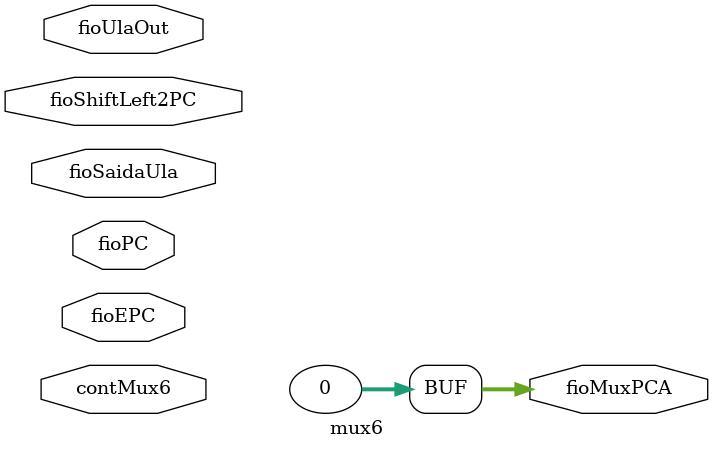
<source format=v>
module mux6 (fioShiftLeft2PC, fioPC, fioSaidaUla, fioUlaOut, fioEPC, contMux6, fioMuxPCA);
input [31:0] fioPC, fioSaidaUla, fioUlaOut, fioEPC;
input [27:0] fioShiftLeft2PC;
input [1:0] contMux6;
output [31:0] fioMuxPCA;

reg [31:0] fioMuxPCA;

always @ (fioMuxPCA) begin

	case (fioMuxPCA)
		0: 	begin 
			fioMuxPCA[31:28] <= fioPC[31:28];
			fioMuxPCA[27:0] <= fioShiftLeft2PC[27:0];
			end
		1: 	fioMuxPCA <= fioSaidaUla;
		2: 	fioMuxPCA <= fioUlaOut;
		3: 	fioMuxPCA <= fioEPC;
		default: fioMuxPCA <= 0;
	endcase

end

endmodule

</source>
